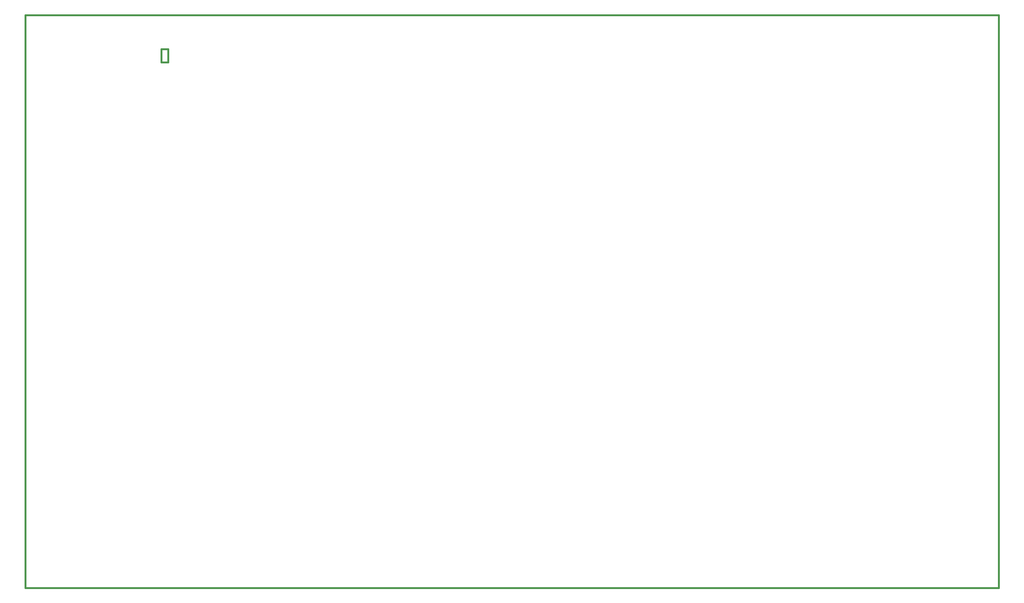
<source format=gko>
%FSLAX33Y33*%
%MOMM*%
%ADD10C,0.381*%
D10*
%LNpath-145*%
G01*
X0Y0D02*
X218200Y0D01*
X218200Y128500*
X0Y128500*
X0Y0*
X30519Y117880D02*
X32019Y117880D01*
X32019Y120880*
X30519Y120880*
X30519Y117880*
%LNmechanical details_traces*%
M02*
</source>
